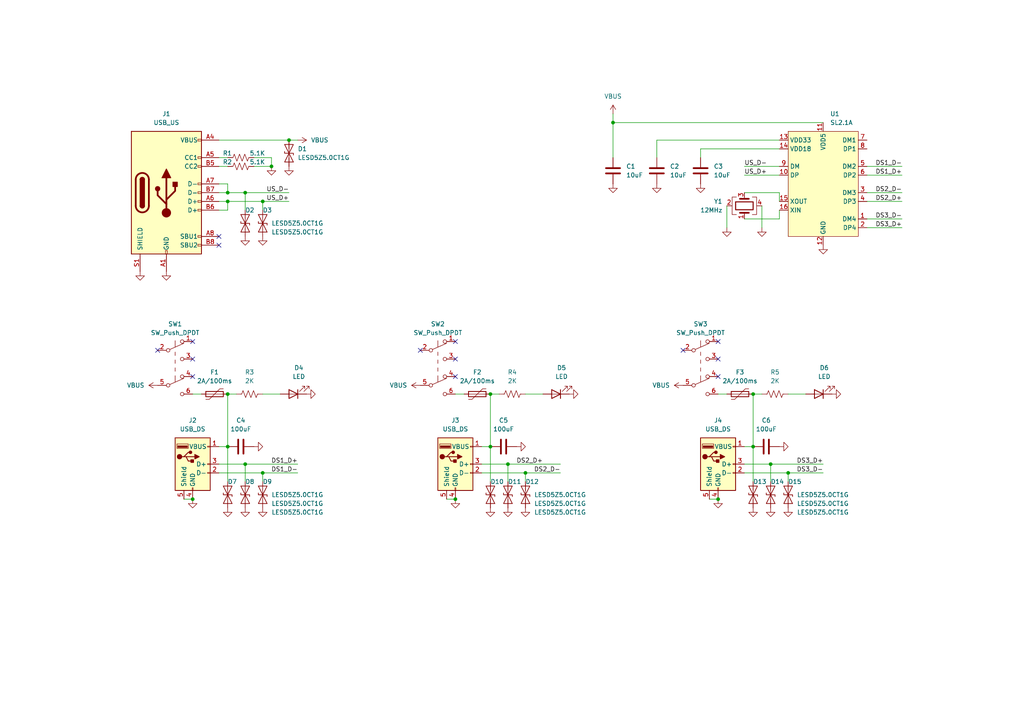
<source format=kicad_sch>
(kicad_sch (version 20211123) (generator eeschema)
  (paper "A4")
  (title_block (title "#0104"))
  (lib_symbols
    (symbol "Connector:USB_A" (pin_names (offset 1.016))
      (property "Reference" "J" (at -5.08 11.43 0))
      (property "Value" "USB_A" (at -5.08 8.89 0))
      (symbol "USB_A_0_1"
        (rectangle (start -5.08 -7.62) (end 5.08 7.62) (stroke (width 0.254)) (fill (type background)))
        (circle (center -3.81 2.159) (radius 0.635) (stroke (width 0.254)) (fill (type outline)))
        (rectangle (start -1.524 4.826) (end -4.318 5.334) (fill (type outline)))
        (rectangle (start -1.27 4.572) (end -4.572 5.842))
        (circle (center -0.635 3.429) (radius 0.381) (stroke (width 0.254)) (fill (type outline)))
        (rectangle (start -0.127 -7.62) (end 0.127 -6.858))
        (polyline (pts (xy -3.175 2.159) (xy -2.54 2.159) (xy -1.27 3.429) (xy -0.635 3.429)) (stroke (width 0.254)))
        (polyline (pts (xy -2.54 2.159) (xy -1.905 2.159) (xy -1.27 0.889) (xy 0 0.889)) (stroke (width 0.254)))
        (polyline (pts (xy 0.635 2.794) (xy 0.635 1.524) (xy 1.905 2.159) (xy 0.635 2.794)) (stroke (width 0.254)) (fill (type outline)))
        (rectangle (start 0.254 1.27) (end -0.508 0.508) (stroke (width 0.254)) (fill (type outline)))
        (rectangle (start 5.08 -2.667) (end 4.318 -2.413))
        (rectangle (start 5.08 -0.127) (end 4.318 0.127))
        (rectangle (start 5.08 4.953) (end 4.318 5.207))
      )
      (symbol "USB_A_1_1"
        (polyline (pts (xy -1.905 2.159) (xy 0.635 2.159)) (stroke (width 0.254)))
        (pin power_in line (at 7.62 5.08 180) (length 2.54) (name "VBUS") (number "1"))
        (pin bidirectional line (at 7.62 -2.54 180) (length 2.54) (name "D-") (number "2"))
        (pin bidirectional line (at 7.62 0 180) (length 2.54) (name "D+") (number "3"))
        (pin power_in line (at 0 -10.16 90) (length 2.54) (name "GND") (number "4"))
        (pin passive line (at -2.54 -10.16 90) (length 2.54) (name "Shield") (number "5"))
      )
    )
    (symbol "Connector:USB_C_Receptacle_USB2.0" (pin_names (offset 1.016))
      (property "Reference" "J" (at -10.16 19.05 0))
      (property "Value" "USB_C_Receptacle_USB2.0" (at 19.05 19.05 0))
      (symbol "USB_C_Receptacle_USB2.0_0_0"
        (rectangle (start -0.254 -17.78) (end 0.254 -16.764))
        (rectangle (start 10.16 -14.986) (end 9.144 -15.494))
        (rectangle (start 10.16 -12.446) (end 9.144 -12.954))
        (rectangle (start 10.16 -4.826) (end 9.144 -5.334))
        (rectangle (start 10.16 -2.286) (end 9.144 -2.794))
        (rectangle (start 10.16 0.254) (end 9.144 -0.254))
        (rectangle (start 10.16 2.794) (end 9.144 2.286))
        (rectangle (start 10.16 7.874) (end 9.144 7.366))
        (rectangle (start 10.16 10.414) (end 9.144 9.906))
        (rectangle (start 10.16 15.494) (end 9.144 14.986))
      )
      (symbol "USB_C_Receptacle_USB2.0_0_1"
        (rectangle (start -10.16 17.78) (end 10.16 -17.78) (stroke (width 0.254)) (fill (type background)))
        (arc (start -8.89 -3.81) (mid -6.985 -5.715) (end -5.08 -3.81) (stroke (width 0.508)))
        (arc (start -7.62 -3.81) (mid -6.985 -4.445) (end -6.35 -3.81) (stroke (width 0.254)))
        (arc (start -7.62 -3.81) (mid -6.985 -4.445) (end -6.35 -3.81) (stroke (width 0.254)) (fill (type outline)))
        (rectangle (start -7.62 -3.81) (end -6.35 3.81) (stroke (width 0.254)) (fill (type outline)))
        (arc (start -6.35 3.81) (mid -6.985 4.445) (end -7.62 3.81) (stroke (width 0.254)))
        (arc (start -6.35 3.81) (mid -6.985 4.445) (end -7.62 3.81) (stroke (width 0.254)) (fill (type outline)))
        (arc (start -5.08 3.81) (mid -6.985 5.715) (end -8.89 3.81) (stroke (width 0.508)))
        (circle (center -2.54 1.143) (radius 0.635) (stroke (width 0.254)) (fill (type outline)))
        (circle (center 0 -5.842) (radius 1.27) (fill (type outline)))
        (polyline (pts (xy -8.89 -3.81) (xy -8.89 3.81)) (stroke (width 0.508)))
        (polyline (pts (xy -5.08 3.81) (xy -5.08 -3.81)) (stroke (width 0.508)))
        (polyline (pts (xy 0 -5.842) (xy 0 4.318)) (stroke (width 0.508)))
        (polyline (pts (xy 0 -3.302) (xy -2.54 -0.762) (xy -2.54 0.508)) (stroke (width 0.508)))
        (polyline (pts (xy 0 -2.032) (xy 2.54 0.508) (xy 2.54 1.778)) (stroke (width 0.508)))
        (polyline (pts (xy -1.27 4.318) (xy 0 6.858) (xy 1.27 4.318) (xy -1.27 4.318)) (stroke (width 0.254)) (fill (type outline)))
        (rectangle (start 1.905 1.778) (end 3.175 3.048) (stroke (width 0.254)) (fill (type outline)))
      )
      (symbol "USB_C_Receptacle_USB2.0_1_1"
        (pin passive line (at 0 -22.86 90) (length 5.08) (name "GND") (number "A1"))
        (pin passive line (at 0 -22.86 90) (length 5.08) hide (name "GND") (number "A12"))
        (pin passive line (at 15.24 15.24 180) (length 5.08) (name "VBUS") (number "A4"))
        (pin bidirectional line (at 15.24 10.16 180) (length 5.08) (name "CC1") (number "A5"))
        (pin bidirectional line (at 15.24 -2.54 180) (length 5.08) (name "D+") (number "A6"))
        (pin bidirectional line (at 15.24 2.54 180) (length 5.08) (name "D-") (number "A7"))
        (pin bidirectional line (at 15.24 -12.7 180) (length 5.08) (name "SBU1") (number "A8"))
        (pin passive line (at 15.24 15.24 180) (length 5.08) hide (name "VBUS") (number "A9"))
        (pin passive line (at 0 -22.86 90) (length 5.08) hide (name "GND") (number "B1"))
        (pin passive line (at 0 -22.86 90) (length 5.08) hide (name "GND") (number "B12"))
        (pin passive line (at 15.24 15.24 180) (length 5.08) hide (name "VBUS") (number "B4"))
        (pin bidirectional line (at 15.24 7.62 180) (length 5.08) (name "CC2") (number "B5"))
        (pin bidirectional line (at 15.24 -5.08 180) (length 5.08) (name "D+") (number "B6"))
        (pin bidirectional line (at 15.24 0 180) (length 5.08) (name "D-") (number "B7"))
        (pin bidirectional line (at 15.24 -15.24 180) (length 5.08) (name "SBU2") (number "B8"))
        (pin passive line (at 15.24 15.24 180) (length 5.08) hide (name "VBUS") (number "B9"))
        (pin passive line (at -7.62 -22.86 90) (length 5.08) (name "SHIELD") (number "S1"))
      )
    )
    (symbol "Device:C" (pin_numbers hide) (pin_names (offset 0.254))
      (property "Reference" "C" (at 0.635 2.54 0))
      (property "Value" "C" (at 0.635 -2.54 0))
      (symbol "C_0_1"
        (polyline (pts (xy -2.032 -0.762) (xy 2.032 -0.762)) (stroke (width 0.508)))
        (polyline (pts (xy -2.032 0.762) (xy 2.032 0.762)) (stroke (width 0.508)))
      )
      (symbol "C_1_1"
        (pin passive line (at 0 3.81 270) (length 2.794) (name "~") (number "1"))
        (pin passive line (at 0 -3.81 90) (length 2.794) (name "~") (number "2"))
      )
    )
    (symbol "Device:Crystal_GND24" (pin_names (offset 1.016) hide)
      (property "Reference" "Y" (at 3.175 5.08 0))
      (property "Value" "Crystal_GND24" (at 3.175 3.175 0))
      (symbol "Crystal_GND24_0_1"
        (rectangle (start -1.143 2.54) (end 1.143 -2.54) (stroke (width 0.3048)))
        (polyline (pts (xy -2.54 0) (xy -2.032 0)))
        (polyline (pts (xy -2.032 -1.27) (xy -2.032 1.27)) (stroke (width 0.508)))
        (polyline (pts (xy 0 -3.81) (xy 0 -3.556)))
        (polyline (pts (xy 0 3.556) (xy 0 3.81)))
        (polyline (pts (xy 2.032 -1.27) (xy 2.032 1.27)) (stroke (width 0.508)))
        (polyline (pts (xy 2.032 0) (xy 2.54 0)))
        (polyline (pts (xy -2.54 -2.286) (xy -2.54 -3.556) (xy 2.54 -3.556) (xy 2.54 -2.286)))
        (polyline (pts (xy -2.54 2.286) (xy -2.54 3.556) (xy 2.54 3.556) (xy 2.54 2.286)))
      )
      (symbol "Crystal_GND24_1_1"
        (pin passive line (at -3.81 0 0) (length 1.27) (name "1") (number "1"))
        (pin passive line (at 0 5.08 270) (length 1.27) (name "2") (number "2"))
        (pin passive line (at 3.81 0 180) (length 1.27) (name "3") (number "3"))
        (pin passive line (at 0 -5.08 90) (length 1.27) (name "4") (number "4"))
      )
    )
    (symbol "Device:LED" (pin_numbers hide) (pin_names (offset 1.016) hide)
      (property "Reference" "D" (at 0 2.54 0))
      (property "Value" "LED" (at 0 -2.54 0))
      (symbol "LED_0_1"
        (polyline (pts (xy -1.27 -1.27) (xy -1.27 1.27)) (stroke (width 0.254)))
        (polyline (pts (xy -1.27 0) (xy 1.27 0)))
        (polyline (pts (xy 1.27 -1.27) (xy 1.27 1.27) (xy -1.27 0) (xy 1.27 -1.27)) (stroke (width 0.254)))
        (polyline (pts (xy -3.048 -0.762) (xy -4.572 -2.286) (xy -3.81 -2.286) (xy -4.572 -2.286) (xy -4.572 -1.524)))
        (polyline (pts (xy -1.778 -0.762) (xy -3.302 -2.286) (xy -2.54 -2.286) (xy -3.302 -2.286) (xy -3.302 -1.524)))
      )
      (symbol "LED_1_1"
        (pin passive line (at -3.81 0 0) (length 2.54) (name "K") (number "1"))
        (pin passive line (at 3.81 0 180) (length 2.54) (name "A") (number "2"))
      )
    )
    (symbol "Device:Polyfuse" (pin_numbers hide) (pin_names (offset 0))
      (property "Reference" "F" (at -2.54 0 90))
      (property "Value" "Polyfuse" (at 2.54 0 90))
      (symbol "Polyfuse_0_1"
        (rectangle (start -0.762 2.54) (end 0.762 -2.54) (stroke (width 0.254)))
        (polyline (pts (xy 0 2.54) (xy 0 -2.54)))
        (polyline (pts (xy -1.524 2.54) (xy -1.524 1.524) (xy 1.524 -1.524) (xy 1.524 -2.54)))
      )
      (symbol "Polyfuse_1_1"
        (pin passive line (at 0 3.81 270) (length 1.27) (name "~") (number "1"))
        (pin passive line (at 0 -3.81 90) (length 1.27) (name "~") (number "2"))
      )
    )
    (symbol "Device:R_US" (pin_numbers hide) (pin_names (offset 0))
      (property "Reference" "R" (at 2.54 0 90))
      (property "Value" "R_US" (at -2.54 0 90))
      (symbol "R_US_0_1"
        (polyline (pts (xy 0 -2.286) (xy 0 -2.54)))
        (polyline (pts (xy 0 2.286) (xy 0 2.54)))
        (polyline (pts (xy 0 -0.762) (xy 1.016 -1.143) (xy 0 -1.524) (xy -1.016 -1.905) (xy 0 -2.286)))
        (polyline (pts (xy 0 0.762) (xy 1.016 0.381) (xy 0 0) (xy -1.016 -0.381) (xy 0 -0.762)))
        (polyline (pts (xy 0 2.286) (xy 1.016 1.905) (xy 0 1.524) (xy -1.016 1.143) (xy 0 0.762)))
      )
      (symbol "R_US_1_1"
        (pin passive line (at 0 3.81 270) (length 1.27) (name "~") (number "1"))
        (pin passive line (at 0 -3.81 90) (length 1.27) (name "~") (number "2"))
      )
    )
    (symbol "Diode:ESD9B5.0ST5G" (pin_numbers hide) (pin_names (offset 1.016) hide)
      (property "Reference" "D" (at 0 2.54 0))
      (property "Value" "ESD9B5.0ST5G" (at 0 -2.54 0))
      (symbol "ESD9B5.0ST5G_0_1"
        (polyline (pts (xy 1.27 0) (xy -1.27 0)))
        (polyline (pts (xy -2.54 -1.27) (xy 0 0) (xy -2.54 1.27) (xy -2.54 -1.27)) (stroke (width 0.2032)))
        (polyline (pts (xy 0.508 1.27) (xy 0 1.27) (xy 0 -1.27) (xy -0.508 -1.27)) (stroke (width 0.2032)))
        (polyline (pts (xy 2.54 1.27) (xy 2.54 -1.27) (xy 0 0) (xy 2.54 1.27)) (stroke (width 0.2032)))
      )
      (symbol "ESD9B5.0ST5G_1_1"
        (pin passive line (at -3.81 0 0) (length 2.54) (name "A1") (number "1"))
        (pin passive line (at 3.81 0 180) (length 2.54) (name "A2") (number "2"))
      )
    )
    (symbol "JLC-SMT:SL2.1A"
      (property "Reference" "U" (at 2.54 -16.51 0))
      (property "Value" "SL2.1A" (at 2.54 -19.05 0))
      (symbol "SL2.1A_0_1"
        (rectangle (start -10.16 15.24) (end 10.16 -15.24) (stroke (width 0.1524)) (fill (type background)))
      )
      (symbol "SL2.1A_1_1"
        (pin bidirectional line (at 12.7 -10.16 180) (length 2.54) (name "DM4") (number "1"))
        (pin bidirectional line (at -12.7 2.54 0) (length 2.54) (name "DP") (number "10"))
        (pin power_in line (at 0 17.78 270) (length 2.54) (name "VDD5") (number "11"))
        (pin power_in line (at 0 -17.78 90) (length 2.54) (name "GND") (number "12"))
        (pin power_out line (at -12.7 12.7 0) (length 2.54) (name "VDD33") (number "13"))
        (pin power_out line (at -12.7 10.16 0) (length 2.54) (name "VDD18") (number "14"))
        (pin output line (at -12.7 -5.08 0) (length 2.54) (name "XOUT") (number "15"))
        (pin input line (at -12.7 -7.62 0) (length 2.54) (name "XIN") (number "16"))
        (pin bidirectional line (at 12.7 -12.7 180) (length 2.54) (name "DP4") (number "2"))
        (pin bidirectional line (at 12.7 -2.54 180) (length 2.54) (name "DM3") (number "3"))
        (pin bidirectional line (at 12.7 -5.08 180) (length 2.54) (name "DP3") (number "4"))
        (pin bidirectional line (at 12.7 5.08 180) (length 2.54) (name "DM2") (number "5"))
        (pin bidirectional line (at 12.7 2.54 180) (length 2.54) (name "DP2") (number "6"))
        (pin bidirectional line (at 12.7 12.7 180) (length 2.54) (name "DM1") (number "7"))
        (pin bidirectional line (at 12.7 10.16 180) (length 2.54) (name "DP1") (number "8"))
        (pin bidirectional line (at -12.7 5.08 0) (length 2.54) (name "DM") (number "9"))
      )
    )
    (symbol "Switch:SW_Push_DPDT" (pin_names (offset 0) hide)
      (property "Reference" "SW" (at 0 8.89 0))
      (property "Value" "SW_Push_DPDT" (at 0 -10.16 0))
      (symbol "SW_Push_DPDT_0_0"
        (circle (center -2.032 -5.08) (radius 0.508))
        (circle (center -2.032 5.08) (radius 0.508))
        (circle (center 2.032 -7.62) (radius 0.508))
        (circle (center 2.032 2.54) (radius 0.508))
      )
      (symbol "SW_Push_DPDT_0_1"
        (polyline (pts (xy -1.524 -4.826) (xy 2.54 -3.048)))
        (polyline (pts (xy -1.524 5.334) (xy 2.54 7.112)))
        (polyline (pts (xy 0 -2.286) (xy 0 -4.064)))
        (polyline (pts (xy 0 -1.016) (xy 0 0)))
        (polyline (pts (xy 0 1.27) (xy 0 2.286)))
        (polyline (pts (xy 0 3.556) (xy 0 4.572)))
        (polyline (pts (xy 0 7.874) (xy 0 6.096)))
        (circle (center 2.032 -2.54) (radius 0.508))
        (circle (center 2.032 7.62) (radius 0.508))
      )
      (symbol "SW_Push_DPDT_1_1"
        (pin passive line (at 5.08 7.62 180) (length 2.54) (name "A") (number "1"))
        (pin passive line (at -5.08 5.08 0) (length 2.54) (name "B") (number "2"))
        (pin passive line (at 5.08 2.54 180) (length 2.54) (name "C") (number "3"))
        (pin passive line (at 5.08 -2.54 180) (length 2.54) (name "A") (number "4"))
        (pin passive line (at -5.08 -5.08 0) (length 2.54) (name "B") (number "5"))
        (pin passive line (at 5.08 -7.62 180) (length 2.54) (name "C") (number "6"))
      )
    )
    (symbol "power:GND" (power) (pin_names (offset 0))
      (property "Value" "GND" (at 0 -3.81 0))
      (symbol "GND_0_1"
        (polyline (pts (xy 0 0) (xy 0 -1.27) (xy 1.27 -1.27) (xy 0 -2.54) (xy -1.27 -1.27) (xy 0 -1.27)))
      )
      (symbol "GND_1_1"
        (pin power_in line (at 0 0 270) (length 0) hide (name "GND") (number "1"))
      )
    )
    (symbol "power:VBUS" (power) (pin_names (offset 0))
      (property "Value" "VBUS" (at 0 3.81 0))
      (symbol "VBUS_0_1"
        (polyline (pts (xy -0.762 1.27) (xy 0 2.54)))
        (polyline (pts (xy 0 0) (xy 0 2.54)))
        (polyline (pts (xy 0 2.54) (xy 0.762 1.27)))
      )
      (symbol "VBUS_1_1"
        (pin power_in line (at 0 0 90) (length 0) hide (name "VBUS") (number "1"))
      )
    )
  )
  (junction (at 142.24 114.3))
  (junction (at 66.04 58.42))
  (junction (at 76.2 137.16))
  (junction (at 147.32 134.62))
  (junction (at 78.74 48.26))
  (junction (at 55.88 144.78))
  (junction (at 66.04 129.54))
  (junction (at 177.8 35.56))
  (junction (at 152.4 137.16))
  (junction (at 228.6 137.16))
  (junction (at 218.44 114.3))
  (junction (at 71.12 55.88))
  (junction (at 218.44 129.54))
  (junction (at 223.52 134.62))
  (junction (at 132.08 144.78))
  (junction (at 76.2 58.42))
  (junction (at 83.82 40.64))
  (junction (at 71.12 134.62))
  (junction (at 66.04 55.88))
  (junction (at 208.28 144.78))
  (junction (at 142.24 129.54))
  (junction (at 66.04 114.3))
  (no_connect (at 63.5 71.12))
  (no_connect (at 63.5 68.58))
  (no_connect (at 132.08 104.14))
  (no_connect (at 132.08 109.22))
  (no_connect (at 121.92 101.6))
  (no_connect (at 132.08 99.06))
  (no_connect (at 198.12 101.6))
  (no_connect (at 208.28 99.06))
  (no_connect (at 208.28 104.14))
  (no_connect (at 208.28 109.22))
  (no_connect (at 45.72 101.6))
  (no_connect (at 55.88 99.06))
  (no_connect (at 55.88 104.14))
  (no_connect (at 55.88 109.22))
  (wire (pts (xy 215.9 137.16) (xy 228.6 137.16)))
  (wire (pts (xy 190.5 40.64) (xy 226.06 40.64)))
  (wire (pts (xy 78.74 48.26) (xy 73.66 48.26)))
  (wire (pts (xy 63.5 40.64) (xy 83.82 40.64)))
  (wire (pts (xy 63.5 53.34) (xy 66.04 53.34)))
  (wire (pts (xy 226.06 55.88) (xy 226.06 58.42)))
  (wire (pts (xy 63.5 129.54) (xy 66.04 129.54)))
  (wire (pts (xy 71.12 134.62) (xy 86.36 134.62)))
  (wire (pts (xy 251.46 63.5) (xy 261.62 63.5)))
  (wire (pts (xy 53.34 144.78) (xy 55.88 144.78)))
  (wire (pts (xy 132.08 114.3) (xy 134.62 114.3)))
  (wire (pts (xy 76.2 114.3) (xy 81.28 114.3)))
  (wire (pts (xy 66.04 58.42) (xy 76.2 58.42)))
  (wire (pts (xy 205.74 144.78) (xy 208.28 144.78)))
  (wire (pts (xy 76.2 58.42) (xy 76.2 60.96)))
  (wire (pts (xy 208.28 114.3) (xy 210.82 114.3)))
  (wire (pts (xy 71.12 134.62) (xy 71.12 139.7)))
  (wire (pts (xy 220.98 59.69) (xy 220.98 66.04)))
  (wire (pts (xy 73.66 45.72) (xy 78.74 45.72)))
  (wire (pts (xy 71.12 55.88) (xy 71.12 60.96)))
  (wire (pts (xy 203.2 43.18) (xy 203.2 45.72)))
  (wire (pts (xy 251.46 66.04) (xy 261.62 66.04)))
  (wire (pts (xy 78.74 45.72) (xy 78.74 48.26)))
  (wire (pts (xy 66.04 114.3) (xy 68.58 114.3)))
  (wire (pts (xy 147.32 134.62) (xy 147.32 139.7)))
  (wire (pts (xy 83.82 40.64) (xy 86.36 40.64)))
  (wire (pts (xy 177.8 33.02) (xy 177.8 35.56)))
  (wire (pts (xy 251.46 48.26) (xy 261.62 48.26)))
  (wire (pts (xy 251.46 58.42) (xy 261.62 58.42)))
  (wire (pts (xy 152.4 137.16) (xy 152.4 139.7)))
  (wire (pts (xy 63.5 137.16) (xy 76.2 137.16)))
  (wire (pts (xy 66.04 53.34) (xy 66.04 55.88)))
  (wire (pts (xy 71.12 55.88) (xy 83.82 55.88)))
  (wire (pts (xy 218.44 114.3) (xy 218.44 129.54)))
  (wire (pts (xy 76.2 137.16) (xy 76.2 139.7)))
  (wire (pts (xy 63.5 55.88) (xy 66.04 55.88)))
  (wire (pts (xy 63.5 48.26) (xy 66.04 48.26)))
  (wire (pts (xy 203.2 43.18) (xy 226.06 43.18)))
  (wire (pts (xy 63.5 45.72) (xy 66.04 45.72)))
  (wire (pts (xy 228.6 137.16) (xy 238.76 137.16)))
  (wire (pts (xy 210.82 59.69) (xy 210.82 66.04)))
  (wire (pts (xy 251.46 50.8) (xy 261.62 50.8)))
  (wire (pts (xy 63.5 134.62) (xy 71.12 134.62)))
  (wire (pts (xy 215.9 55.88) (xy 226.06 55.88)))
  (wire (pts (xy 215.9 50.8) (xy 226.06 50.8)))
  (wire (pts (xy 147.32 134.62) (xy 162.56 134.62)))
  (wire (pts (xy 223.52 134.62) (xy 238.76 134.62)))
  (wire (pts (xy 190.5 40.64) (xy 190.5 45.72)))
  (wire (pts (xy 228.6 114.3) (xy 233.68 114.3)))
  (wire (pts (xy 218.44 129.54) (xy 218.44 139.7)))
  (wire (pts (xy 228.6 137.16) (xy 228.6 139.7)))
  (wire (pts (xy 139.7 137.16) (xy 152.4 137.16)))
  (wire (pts (xy 223.52 134.62) (xy 223.52 139.7)))
  (wire (pts (xy 226.06 63.5) (xy 226.06 60.96)))
  (wire (pts (xy 251.46 55.88) (xy 261.62 55.88)))
  (wire (pts (xy 139.7 134.62) (xy 147.32 134.62)))
  (wire (pts (xy 218.44 114.3) (xy 220.98 114.3)))
  (wire (pts (xy 215.9 129.54) (xy 218.44 129.54)))
  (wire (pts (xy 55.88 114.3) (xy 58.42 114.3)))
  (wire (pts (xy 76.2 137.16) (xy 86.36 137.16)))
  (wire (pts (xy 215.9 63.5) (xy 226.06 63.5)))
  (wire (pts (xy 66.04 60.96) (xy 66.04 58.42)))
  (wire (pts (xy 142.24 114.3) (xy 142.24 129.54)))
  (wire (pts (xy 142.24 129.54) (xy 142.24 139.7)))
  (wire (pts (xy 66.04 129.54) (xy 66.04 139.7)))
  (wire (pts (xy 142.24 114.3) (xy 144.78 114.3)))
  (wire (pts (xy 177.8 35.56) (xy 177.8 45.72)))
  (wire (pts (xy 152.4 114.3) (xy 157.48 114.3)))
  (wire (pts (xy 66.04 55.88) (xy 71.12 55.88)))
  (wire (pts (xy 76.2 58.42) (xy 83.82 58.42)))
  (wire (pts (xy 238.76 35.56) (xy 177.8 35.56)))
  (wire (pts (xy 66.04 114.3) (xy 66.04 129.54)))
  (wire (pts (xy 215.9 134.62) (xy 223.52 134.62)))
  (wire (pts (xy 63.5 58.42) (xy 66.04 58.42)))
  (wire (pts (xy 139.7 129.54) (xy 142.24 129.54)))
  (wire (pts (xy 152.4 137.16) (xy 162.56 137.16)))
  (wire (pts (xy 63.5 60.96) (xy 66.04 60.96)))
  (wire (pts (xy 129.54 144.78) (xy 132.08 144.78)))
  (wire (pts (xy 215.9 48.26) (xy 226.06 48.26)))
  (label "DS1_D+" (at 86.36 134.62 180))
  (label "DS3_D-" (at 261.62 63.5 180))
  (label "US_D+" (at 83.82 58.42 180))
  (label "DS1_D-" (at 261.62 48.26 180))
  (label "DS3_D+" (at 238.76 134.62 180))
  (label "US_D+" (at 215.9 50.8 0))
  (label "DS3_D-" (at 238.76 137.16 180))
  (label "DS2_D+" (at 261.62 58.42 180))
  (label "US_D-" (at 83.82 55.88 180))
  (label "DS1_D+" (at 261.62 50.8 180))
  (label "DS2_D-" (at 162.56 137.16 180))
  (label "DS3_D+" (at 261.62 66.04 180))
  (label "DS1_D-" (at 86.36 137.16 180))
  (label "US_D-" (at 215.9 48.26 0))
  (label "DS2_D-" (at 261.62 55.88 180))
  (label "DS2_D+" (at 157.48 134.62 180))
  (symbol (lib_id "Diode:ESD9B5.0ST5G") (at 223.52 143.51 90) (unit 1)
    (property "Reference" "D14" (at 223.52 139.7 90) (effects (justify right)))
    (property "Value" "LESD5Z5.0CT1G" (at 231.14 146.05 90) (effects (justify right)))
    (property "Footprint" "Diode_SMD:D_SOD-523" (effects hide))
    (property "Datasheet" "https://www.onsemi.com/pub/Collateral/ESD9B-D.PDF" (effects hide))
    (property "Manufacturer" "LRC" (effects hide))
    (property "PartNumber" "C136167" (effects hide))
    (property "Supplier" "JLC-EXT" (effects hide))
  )
  (symbol (lib_id "power:GND") (at 190.5 53.34 0) (unit 1)
    (property "Reference" "#PWR06" (effects hide))
    (property "Value" "GND" (effects hide))
  )
  (symbol (lib_id "power:GND") (at 55.88 144.78 0) (unit 1)
    (property "Reference" "#PWR027" (effects hide))
    (property "Value" "GND" (effects hide))
  )
  (symbol (lib_id "power:VBUS") (at 121.92 111.76 90) (unit 1)
    (property "Reference" "#PWR016" (effects hide))
    (property "Value" "VBUS" (at 118.11 111.7599 90) (effects (justify left)))
  )
  (symbol (lib_id "power:GND") (at 165.1 114.3 90) (unit 1)
    (property "Reference" "#PWR019" (effects hide))
    (property "Value" "GND" (effects hide))
  )
  (symbol (lib_id "power:GND") (at 226.06 129.54 90) (unit 1)
    (property "Reference" "#PWR026" (effects hide))
    (property "Value" "GND" (effects hide))
  )
  (symbol (lib_id "Switch:SW_Push_DPDT") (at 127 106.68 0) (unit 1)
    (property "Reference" "SW2" (at 127 93.98 0))
    (property "Value" "SW_Push_DPDT" (at 127 96.52 0))
    (property "Footprint" "JLC-SMT:SW_Push_DPDT_8.5x8.5mm" (effects hide))
    (property "Manufacturer" "GANGYUAN" (effects hide))
    (property "PartNumber" "C194405" (effects hide))
    (property "Supplier" "JLC-EXT" (effects hide))
  )
  (symbol (lib_id "Device:C") (at 190.5 49.53 0) (unit 1)
    (property "Reference" "C2" (at 194.31 48.2599 0) (effects (justify left)))
    (property "Value" "10uF" (at 194.31 50.7999 0) (effects (justify left)))
    (property "Footprint" "Capacitor_SMD:C_0402_1005Metric" (effects hide))
    (property "Manufacturer" "SAMSUNG" (effects hide))
    (property "PartNumber" "C15525" (effects hide))
    (property "Supplier" "JLC" (effects hide))
  )
  (symbol (lib_id "Device:R_US") (at 69.85 48.26 90) (unit 1)
    (property "Reference" "R2" (at 67.31 46.99 90) (effects (justify left)))
    (property "Value" "5.1K" (at 72.39 46.99 90) (effects (justify right)))
    (property "Footprint" "Resistor_SMD:R_0402_1005Metric" (effects hide))
    (property "Supplier" "JLC" (effects hide))
  )
  (symbol (lib_id "Device:Crystal_GND24") (at 215.9 59.69 90) (unit 1)
    (property "Reference" "Y1" (at 209.55 58.42 90) (effects (justify left)))
    (property "Value" "12MHz" (at 209.55 60.96 90) (effects (justify left)))
    (property "Footprint" "JLC-SMT:Oscillator_SMD_3.2x2.5mm" (effects hide))
    (property "Manufacturer" "YXC" (effects hide))
    (property "PartNumber" "C9002" (effects hide))
    (property "Supplier" "JLC" (effects hide))
  )
  (symbol (lib_id "power:GND") (at 83.82 48.26 0) (unit 1)
    (property "Reference" "#PWR04" (effects hide))
    (property "Value" "GND" (effects hide))
  )
  (symbol (lib_id "power:GND") (at 71.12 68.58 0) (unit 1)
    (property "Reference" "#PWR010" (effects hide))
    (property "Value" "GND" (effects hide))
  )
  (symbol (lib_id "Switch:SW_Push_DPDT") (at 203.2 106.68 0) (unit 1)
    (property "Reference" "SW3" (at 203.2 93.98 0))
    (property "Value" "SW_Push_DPDT" (at 203.2 96.52 0))
    (property "Footprint" "JLC-SMT:SW_Push_DPDT_8.5x8.5mm" (effects hide))
    (property "Manufacturer" "GANGYUAN" (effects hide))
    (property "PartNumber" "C194405" (effects hide))
    (property "Supplier" "JLC-EXT" (effects hide))
  )
  (symbol (lib_id "power:GND") (at 76.2 68.58 0) (unit 1)
    (property "Reference" "#PWR011" (effects hide))
    (property "Value" "GND" (effects hide))
  )
  (symbol (lib_id "power:GND") (at 132.08 144.78 0) (unit 1)
    (property "Reference" "#PWR028" (effects hide))
    (property "Value" "GND" (effects hide))
  )
  (symbol (lib_id "power:VBUS") (at 177.8 33.02 0) (unit 1)
    (property "Reference" "#PWR01" (effects hide))
    (property "Value" "VBUS" (at 177.8 27.94 0))
  )
  (symbol (lib_id "power:GND") (at 238.76 71.12 0) (unit 1)
    (property "Reference" "#PWR012" (effects hide))
    (property "Value" "GND" (effects hide))
  )
  (symbol (lib_id "power:GND") (at 152.4 147.32 0) (unit 1)
    (property "Reference" "#PWR035" (effects hide))
    (property "Value" "GND" (effects hide))
  )
  (symbol (lib_id "Diode:ESD9B5.0ST5G") (at 71.12 64.77 90) (unit 1)
    (property "Reference" "D2" (at 71.12 60.96 90) (effects (justify right)))
    (property "Value" "LESD5Z5.0CT1G" (at 78.74 67.31 90) (effects (justify right)))
    (property "Footprint" "Diode_SMD:D_SOD-523" (effects hide))
    (property "Datasheet" "https://www.onsemi.com/pub/Collateral/ESD9B-D.PDF" (effects hide))
    (property "Manufacturer" "LRC" (effects hide))
    (property "PartNumber" "C136167" (effects hide))
    (property "Supplier" "JLC-EXT" (effects hide))
  )
  (symbol (lib_id "Device:R_US") (at 224.79 114.3 90) (unit 1)
    (property "Reference" "R5" (at 224.79 107.95 90))
    (property "Value" "2K" (at 224.79 110.49 90))
    (property "Footprint" "Resistor_SMD:R_0402_1005Metric" (effects hide))
    (property "Supplier" "JLC" (effects hide))
  )
  (symbol (lib_id "Diode:ESD9B5.0ST5G") (at 147.32 143.51 90) (unit 1)
    (property "Reference" "D11" (at 147.32 139.7 90) (effects (justify right)))
    (property "Value" "LESD5Z5.0CT1G" (at 154.94 146.05 90) (effects (justify right)))
    (property "Footprint" "Diode_SMD:D_SOD-523" (effects hide))
    (property "Datasheet" "https://www.onsemi.com/pub/Collateral/ESD9B-D.PDF" (effects hide))
    (property "Manufacturer" "LRC" (effects hide))
    (property "PartNumber" "C136167" (effects hide))
    (property "Supplier" "JLC-EXT" (effects hide))
  )
  (symbol (lib_id "power:GND") (at 208.28 144.78 0) (unit 1)
    (property "Reference" "#PWR029" (effects hide))
    (property "Value" "GND" (effects hide))
  )
  (symbol (lib_id "power:GND") (at 223.52 147.32 0) (unit 1)
    (property "Reference" "#PWR037" (effects hide))
    (property "Value" "GND" (effects hide))
  )
  (symbol (lib_id "Diode:ESD9B5.0ST5G") (at 142.24 143.51 90) (unit 1)
    (property "Reference" "D10" (at 142.24 139.7 90) (effects (justify right)))
    (property "Value" "LESD5Z5.0CT1G" (at 154.94 148.59 90) (effects (justify right)))
    (property "Footprint" "Diode_SMD:D_SOD-523" (effects hide))
    (property "Datasheet" "https://www.onsemi.com/pub/Collateral/ESD9B-D.PDF" (effects hide))
    (property "Manufacturer" "LRC" (effects hide))
    (property "PartNumber" "C136167" (effects hide))
    (property "Supplier" "JLC-EXT" (effects hide))
  )
  (symbol (lib_id "Diode:ESD9B5.0ST5G") (at 76.2 143.51 90) (unit 1)
    (property "Reference" "D9" (at 76.2 139.7 90) (effects (justify right)))
    (property "Value" "LESD5Z5.0CT1G" (at 78.74 143.51 90) (effects (justify right)))
    (property "Footprint" "Diode_SMD:D_SOD-523" (effects hide))
    (property "Datasheet" "https://www.onsemi.com/pub/Collateral/ESD9B-D.PDF" (effects hide))
    (property "Manufacturer" "LRC" (effects hide))
    (property "PartNumber" "C136167" (effects hide))
    (property "Supplier" "JLC-EXT" (effects hide))
  )
  (symbol (lib_id "power:GND") (at 177.8 53.34 0) (unit 1)
    (property "Reference" "#PWR05" (effects hide))
    (property "Value" "GND" (effects hide))
  )
  (symbol (lib_id "power:GND") (at 142.24 147.32 0) (unit 1)
    (property "Reference" "#PWR033" (effects hide))
    (property "Value" "GND" (effects hide))
  )
  (symbol (lib_id "power:GND") (at 241.3 114.3 90) (unit 1)
    (property "Reference" "#PWR020" (effects hide))
    (property "Value" "GND" (effects hide))
  )
  (symbol (lib_id "Device:LED") (at 161.29 114.3 180) (unit 1)
    (property "Reference" "D5" (at 162.8775 106.68 0))
    (property "Value" "LED" (at 162.8775 109.22 0))
    (property "Footprint" "LED_SMD:LED_0603_1608Metric" (effects hide))
    (property "Supplier" "JLC" (effects hide))
  )
  (symbol (lib_id "power:GND") (at 73.66 129.54 90) (unit 1)
    (property "Reference" "#PWR024" (effects hide))
    (property "Value" "GND" (effects hide))
  )
  (symbol (lib_id "power:GND") (at 88.9 114.3 90) (unit 1)
    (property "Reference" "#PWR018" (effects hide))
    (property "Value" "GND" (effects hide))
  )
  (symbol (lib_id "power:VBUS") (at 198.12 111.76 90) (unit 1)
    (property "Reference" "#PWR017" (effects hide))
    (property "Value" "VBUS" (at 194.31 111.7599 90) (effects (justify left)))
  )
  (symbol (lib_id "Connector:USB_C_Receptacle_USB2.0") (at 48.26 55.88 0) (unit 1)
    (property "Reference" "J1" (at 48.26 33.02 0))
    (property "Value" "USB_US" (at 48.26 35.56 0))
    (property "Footprint" "JLC-SMT:HRO_TYPE-C-31-M-12" (effects hide))
    (property "Datasheet" "https://www.usb.org/sites/default/files/documents/usb_type-c.zip" (effects hide))
    (property "Manufacturer" "HRO" (effects hide))
    (property "PartNumber" "C165948" (effects hide))
    (property "Supplier" "JLC-EXT" (effects hide))
  )
  (symbol (lib_id "Switch:SW_Push_DPDT") (at 50.8 106.68 0) (unit 1)
    (property "Reference" "SW1" (at 50.8 93.98 0))
    (property "Value" "SW_Push_DPDT" (at 50.8 96.52 0))
    (property "Footprint" "JLC-SMT:SW_Push_DPDT_8.5x8.5mm" (effects hide))
    (property "Manufacturer" "GANGYUAN" (effects hide))
    (property "PartNumber" "C194405" (effects hide))
    (property "Supplier" "JLC-EXT" (effects hide))
  )
  (symbol (lib_id "Diode:ESD9B5.0ST5G") (at 228.6 143.51 90) (unit 1)
    (property "Reference" "D15" (at 228.6 139.7 90) (effects (justify right)))
    (property "Value" "LESD5Z5.0CT1G" (at 231.14 143.51 90) (effects (justify right)))
    (property "Footprint" "Diode_SMD:D_SOD-523" (effects hide))
    (property "Datasheet" "https://www.onsemi.com/pub/Collateral/ESD9B-D.PDF" (effects hide))
    (property "Manufacturer" "LRC" (effects hide))
    (property "PartNumber" "C136167" (effects hide))
    (property "Supplier" "JLC-EXT" (effects hide))
  )
  (symbol (lib_id "Device:C") (at 69.85 129.54 90) (unit 1)
    (property "Reference" "C4" (at 69.85 121.92 90))
    (property "Value" "100uF" (at 69.85 124.46 90))
    (property "Footprint" "Capacitor_SMD:C_1206_3216Metric" (effects hide))
    (property "Manufacturer" "SAMSUNG" (effects hide))
    (property "PartNumber" "C15008" (effects hide))
    (property "Supplier" "JLC" (effects hide))
  )
  (symbol (lib_id "power:GND") (at 218.44 147.32 0) (unit 1)
    (property "Reference" "#PWR036" (effects hide))
    (property "Value" "GND" (effects hide))
  )
  (symbol (lib_id "Device:Polyfuse") (at 62.23 114.3 270) (unit 1)
    (property "Reference" "F1" (at 62.23 107.95 90))
    (property "Value" "2A/100ms" (at 62.23 110.49 90))
    (property "Footprint" "Fuse:Fuse_1206_3216Metric" (effects hide))
    (property "Manufacturer" "TLC" (effects hide))
    (property "PartNumber" "C261954" (effects hide))
    (property "Supplier" "JLC-EXT" (effects hide))
  )
  (symbol (lib_id "Diode:ESD9B5.0ST5G") (at 66.04 143.51 90) (unit 1)
    (property "Reference" "D7" (at 66.04 139.7 90) (effects (justify right)))
    (property "Value" "LESD5Z5.0CT1G" (at 78.74 148.59 90) (effects (justify right)))
    (property "Footprint" "Diode_SMD:D_SOD-523" (effects hide))
    (property "Datasheet" "https://www.onsemi.com/pub/Collateral/ESD9B-D.PDF" (effects hide))
    (property "Manufacturer" "LRC" (effects hide))
    (property "PartNumber" "C136167" (effects hide))
    (property "Supplier" "JLC-EXT" (effects hide))
  )
  (symbol (lib_id "Diode:ESD9B5.0ST5G") (at 218.44 143.51 90) (unit 1)
    (property "Reference" "D13" (at 218.44 139.7 90) (effects (justify right)))
    (property "Value" "LESD5Z5.0CT1G" (at 231.14 148.59 90) (effects (justify right)))
    (property "Footprint" "Diode_SMD:D_SOD-523" (effects hide))
    (property "Datasheet" "https://www.onsemi.com/pub/Collateral/ESD9B-D.PDF" (effects hide))
    (property "Manufacturer" "LRC" (effects hide))
    (property "PartNumber" "C136167" (effects hide))
    (property "Supplier" "JLC-EXT" (effects hide))
  )
  (symbol (lib_id "Device:LED") (at 85.09 114.3 180) (unit 1)
    (property "Reference" "D4" (at 86.6775 106.68 0))
    (property "Value" "LED" (at 86.6775 109.22 0))
    (property "Footprint" "LED_SMD:LED_0603_1608Metric" (effects hide))
    (property "Supplier" "JLC" (effects hide))
  )
  (symbol (lib_id "JLC-SMT:SL2.1A") (at 238.76 53.34 0) (unit 1)
    (property "Reference" "U1" (at 240.7794 33.02 0) (effects (justify left)))
    (property "Value" "SL2.1A" (at 240.7794 35.56 0) (effects (justify left)))
    (property "Footprint" "Package_SO:SOP-16_3.9x9.9mm_P1.27mm" (effects hide))
    (property "Supplier" "JLC" (effects hide))
  )
  (symbol (lib_id "power:GND") (at 228.6 147.32 0) (unit 1)
    (property "Reference" "#PWR038" (effects hide))
    (property "Value" "GND" (effects hide))
  )
  (symbol (lib_id "power:VBUS") (at 86.36 40.64 270) (unit 1)
    (property "Reference" "#PWR02" (effects hide))
    (property "Value" "VBUS" (at 90.17 40.6399 90) (effects (justify left)))
  )
  (symbol (lib_id "Connector:USB_A") (at 208.28 134.62 0) (unit 1)
    (property "Reference" "J4" (at 208.28 121.92 0))
    (property "Value" "USB_DS" (at 208.28 124.46 0))
    (property "Footprint" "JLC-SMT:CKMTW_U-USBAN04P-F005" (effects hide))
    (property "Datasheet" " ~" (effects hide))
    (property "Manufacturer" "Ckmtw" (effects hide))
    (property "PartNumber" "C386739" (effects hide))
    (property "Supplier" "JLC-EXT" (effects hide))
  )
  (symbol (lib_id "power:GND") (at 48.26 78.74 0) (unit 1)
    (property "Reference" "#PWR014" (effects hide))
    (property "Value" "GND" (effects hide))
  )
  (symbol (lib_id "Device:R_US") (at 69.85 45.72 90) (unit 1)
    (property "Reference" "R1" (at 67.31 44.45 90) (effects (justify left)))
    (property "Value" "5.1K" (at 72.39 44.45 90) (effects (justify right)))
    (property "Footprint" "Resistor_SMD:R_0402_1005Metric" (effects hide))
    (property "Supplier" "JLC" (effects hide))
  )
  (symbol (lib_id "Connector:USB_A") (at 132.08 134.62 0) (unit 1)
    (property "Reference" "J3" (at 132.08 121.92 0))
    (property "Value" "USB_DS" (at 132.08 124.46 0))
    (property "Footprint" "JLC-SMT:CKMTW_U-USBAN04P-F005" (effects hide))
    (property "Datasheet" " ~" (effects hide))
    (property "Manufacturer" "Ckmtw" (effects hide))
    (property "PartNumber" "C386739" (effects hide))
    (property "Supplier" "JLC-EXT" (effects hide))
  )
  (symbol (lib_id "power:GND") (at 71.12 147.32 0) (unit 1)
    (property "Reference" "#PWR031" (effects hide))
    (property "Value" "GND" (effects hide))
  )
  (symbol (lib_id "Device:C") (at 177.8 49.53 0) (unit 1)
    (property "Reference" "C1" (at 181.61 48.2599 0) (effects (justify left)))
    (property "Value" "10uF" (at 181.61 50.7999 0) (effects (justify left)))
    (property "Footprint" "Capacitor_SMD:C_1206_3216Metric" (effects hide))
    (property "Manufacturer" "SAMSUNG" (effects hide))
    (property "PartNumber" "C13585" (effects hide))
    (property "Supplier" "JLC" (effects hide))
  )
  (symbol (lib_id "power:GND") (at 149.86 129.54 90) (unit 1)
    (property "Reference" "#PWR025" (effects hide))
    (property "Value" "GND" (effects hide))
  )
  (symbol (lib_id "power:GND") (at 78.74 48.26 0) (unit 1)
    (property "Reference" "#PWR03" (effects hide))
    (property "Value" "GND" (effects hide))
  )
  (symbol (lib_id "Device:C") (at 146.05 129.54 90) (unit 1)
    (property "Reference" "C5" (at 146.05 121.92 90))
    (property "Value" "100uF" (at 146.05 124.46 90))
    (property "Footprint" "Capacitor_SMD:C_1206_3216Metric" (effects hide))
    (property "Manufacturer" "SAMSUNG" (effects hide))
    (property "PartNumber" "C15008" (effects hide))
    (property "Supplier" "JLC" (effects hide))
  )
  (symbol (lib_id "power:GND") (at 220.98 66.04 0) (unit 1)
    (property "Reference" "#PWR09" (effects hide))
    (property "Value" "GND" (effects hide))
  )
  (symbol (lib_id "Diode:ESD9B5.0ST5G") (at 76.2 64.77 90) (unit 1)
    (property "Reference" "D3" (at 76.2 60.96 90) (effects (justify right)))
    (property "Value" "LESD5Z5.0CT1G" (at 78.74 64.77 90) (effects (justify right)))
    (property "Footprint" "Diode_SMD:D_SOD-523" (effects hide))
    (property "Datasheet" "https://www.onsemi.com/pub/Collateral/ESD9B-D.PDF" (effects hide))
    (property "Manufacturer" "LRC" (effects hide))
    (property "PartNumber" "C136167" (effects hide))
    (property "Supplier" "JLC-EXT" (effects hide))
  )
  (symbol (lib_id "power:GND") (at 40.64 78.74 0) (unit 1)
    (property "Reference" "#PWR013" (effects hide))
    (property "Value" "GND" (effects hide))
  )
  (symbol (lib_id "Diode:ESD9B5.0ST5G") (at 71.12 143.51 90) (unit 1)
    (property "Reference" "D8" (at 71.12 139.7 90) (effects (justify right)))
    (property "Value" "LESD5Z5.0CT1G" (at 78.74 146.05 90) (effects (justify right)))
    (property "Footprint" "Diode_SMD:D_SOD-523" (effects hide))
    (property "Datasheet" "https://www.onsemi.com/pub/Collateral/ESD9B-D.PDF" (effects hide))
    (property "Manufacturer" "LRC" (effects hide))
    (property "PartNumber" "C136167" (effects hide))
    (property "Supplier" "JLC-EXT" (effects hide))
  )
  (symbol (lib_id "Device:C") (at 203.2 49.53 0) (unit 1)
    (property "Reference" "C3" (at 207.01 48.2599 0) (effects (justify left)))
    (property "Value" "10uF" (at 207.01 50.7999 0) (effects (justify left)))
    (property "Footprint" "Capacitor_SMD:C_0402_1005Metric" (effects hide))
    (property "Manufacturer" "SAMSUNG" (effects hide))
    (property "PartNumber" "C15525" (effects hide))
    (property "Supplier" "JLC" (effects hide))
  )
  (symbol (lib_id "power:GND") (at 76.2 147.32 0) (unit 1)
    (property "Reference" "#PWR032" (effects hide))
    (property "Value" "GND" (effects hide))
  )
  (symbol (lib_id "Device:LED") (at 237.49 114.3 180) (unit 1)
    (property "Reference" "D6" (at 239.0775 106.68 0))
    (property "Value" "LED" (at 239.0775 109.22 0))
    (property "Footprint" "LED_SMD:LED_0603_1608Metric" (effects hide))
    (property "Supplier" "JLC" (effects hide))
  )
  (symbol (lib_id "power:GND") (at 147.32 147.32 0) (unit 1)
    (property "Reference" "#PWR034" (effects hide))
    (property "Value" "GND" (effects hide))
  )
  (symbol (lib_id "Device:C") (at 222.25 129.54 90) (unit 1)
    (property "Reference" "C6" (at 222.25 121.92 90))
    (property "Value" "100uF" (at 222.25 124.46 90))
    (property "Footprint" "Capacitor_SMD:C_1206_3216Metric" (effects hide))
    (property "Manufacturer" "SAMSUNG" (effects hide))
    (property "PartNumber" "C15008" (effects hide))
    (property "Supplier" "JLC" (effects hide))
  )
  (symbol (lib_id "Device:R_US") (at 148.59 114.3 90) (unit 1)
    (property "Reference" "R4" (at 148.59 107.95 90))
    (property "Value" "2K" (at 148.59 110.49 90))
    (property "Footprint" "Resistor_SMD:R_0402_1005Metric" (effects hide))
    (property "Supplier" "JLC" (effects hide))
  )
  (symbol (lib_id "Diode:ESD9B5.0ST5G") (at 152.4 143.51 90) (unit 1)
    (property "Reference" "D12" (at 152.4 139.7 90) (effects (justify right)))
    (property "Value" "LESD5Z5.0CT1G" (at 154.94 143.51 90) (effects (justify right)))
    (property "Footprint" "Diode_SMD:D_SOD-523" (effects hide))
    (property "Datasheet" "https://www.onsemi.com/pub/Collateral/ESD9B-D.PDF" (effects hide))
    (property "Manufacturer" "LRC" (effects hide))
    (property "PartNumber" "C136167" (effects hide))
    (property "Supplier" "JLC-EXT" (effects hide))
  )
  (symbol (lib_id "power:GND") (at 66.04 147.32 0) (unit 1)
    (property "Reference" "#PWR030" (effects hide))
    (property "Value" "GND" (effects hide))
  )
  (symbol (lib_id "Diode:ESD9B5.0ST5G") (at 83.82 44.45 90) (unit 1)
    (property "Reference" "D1" (at 86.36 43.1799 90) (effects (justify right)))
    (property "Value" "LESD5Z5.0CT1G" (at 86.36 45.7199 90) (effects (justify right)))
    (property "Footprint" "Diode_SMD:D_SOD-523" (effects hide))
    (property "Datasheet" "https://www.onsemi.com/pub/Collateral/ESD9B-D.PDF" (effects hide))
    (property "Manufacturer" "LRC" (effects hide))
    (property "PartNumber" "C136167" (effects hide))
    (property "Supplier" "JLC-EXT" (effects hide))
  )
  (symbol (lib_id "Device:Polyfuse") (at 214.63 114.3 90) (unit 1)
    (property "Reference" "F3" (at 214.63 107.95 90))
    (property "Value" "2A/100ms" (at 214.63 110.49 90))
    (property "Footprint" "Fuse:Fuse_1206_3216Metric" (effects hide))
    (property "Manufacturer" "TLC" (effects hide))
    (property "PartNumber" "C261954" (effects hide))
    (property "Supplier" "JLC-EXT" (effects hide))
  )
  (symbol (lib_id "power:VBUS") (at 45.72 111.76 90) (unit 1)
    (property "Reference" "#PWR015" (effects hide))
    (property "Value" "VBUS" (at 41.91 111.7599 90) (effects (justify left)))
  )
  (symbol (lib_id "power:GND") (at 203.2 53.34 0) (unit 1)
    (property "Reference" "#PWR07" (effects hide))
    (property "Value" "GND" (effects hide))
  )
  (symbol (lib_id "Device:Polyfuse") (at 138.43 114.3 90) (unit 1)
    (property "Reference" "F2" (at 138.43 107.95 90))
    (property "Value" "2A/100ms" (at 138.43 110.49 90))
    (property "Footprint" "Fuse:Fuse_1206_3216Metric" (effects hide))
    (property "Manufacturer" "TLC" (effects hide))
    (property "PartNumber" "C261954" (effects hide))
    (property "Supplier" "JLC-EXT" (effects hide))
  )
  (symbol (lib_id "Device:R_US") (at 72.39 114.3 90) (unit 1)
    (property "Reference" "R3" (at 72.39 107.95 90))
    (property "Value" "2K" (at 72.39 110.49 90))
    (property "Footprint" "Resistor_SMD:R_0402_1005Metric" (effects hide))
    (property "Supplier" "JLC" (effects hide))
  )
  (symbol (lib_id "Connector:USB_A") (at 55.88 134.62 0) (unit 1)
    (property "Reference" "J2" (at 55.88 121.92 0))
    (property "Value" "USB_DS" (at 55.88 124.46 0))
    (property "Footprint" "JLC-SMT:CKMTW_U-USBAN04P-F005" (effects hide))
    (property "Datasheet" " ~" (effects hide))
    (property "Manufacturer" "Ckmtw" (effects hide))
    (property "PartNumber" "C386739" (effects hide))
    (property "Supplier" "JLC-EXT" (effects hide))
  )
  (symbol (lib_id "power:GND") (at 210.82 66.04 0) (unit 1)
    (property "Reference" "#PWR08" (effects hide))
    (property "Value" "GND" (effects hide))
  )
)
</source>
